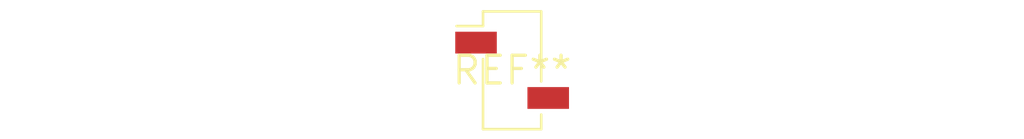
<source format=kicad_pcb>
(kicad_pcb (version 20240108) (generator pcbnew)
  (layers (0 "F.Cu" signal) (31 "B.Cu" signal) (34 "B.Paste" user) (35 "F.Paste" user) (36 "B.SilkS" user "B.Silkscreen") (37 "F.SilkS" user "F.Silkscreen") (38 "B.Mask" user) (39 "F.Mask" user) (44 "Edge.Cuts" user))
  (net 0 "")
  (footprint "PinSocket_1x02_P2.54mm_Vertical_SMD_Pin1Left" (layer "F.Cu") (at 0 0)
    (property "Reference" "REF**")
    (property "Value" "PinSocket_1x02_P2.54mm_Vertical_SMD_Pin1Left")
    (fp_line (start -2.54 -2.03) (end -1.33 -2.03) (layer "F.SilkS") (stroke (width 0.12)))
    (fp_line (start -1.33 -2.7) (end -1.33 -2.03) (layer "F.SilkS") (stroke (width 0.12)))
    (fp_line (start -1.33 -2.7) (end 1.33 -2.7) (layer "F.SilkS") (stroke (width 0.12)))
    (fp_line (start -1.33 -0.51) (end -1.33 2.7) (layer "F.SilkS") (stroke (width 0.12)))
    (fp_line (start -1.33 2.7) (end 1.33 2.7) (layer "F.SilkS") (stroke (width 0.12)))
    (fp_line (start 1.33 -2.7) (end 1.33 0.51) (layer "F.SilkS") (stroke (width 0.12)))
    (fp_line (start 1.33 2.03) (end 1.33 2.7) (layer "F.SilkS") (stroke (width 0.12)))
    (pad "1" smd rect (at -1.65 -1.27) (size 1.9 1) (layers "F.Cu" "F.Paste" "F.Mask"))
    (pad "2" smd rect (at 1.65 1.27) (size 1.9 1) (layers "F.Cu" "F.Paste" "F.Mask"))
  )
)
</source>
